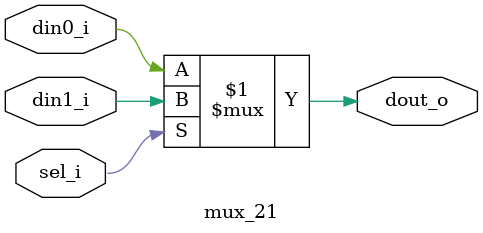
<source format=v>
module mux_21(
    input  sel_i,
    input  din0_i,
    input  din1_i,
    output dout_o
);

    assign dout_o = (sel_i)? din1_i : din0_i;
    
endmodule

</source>
